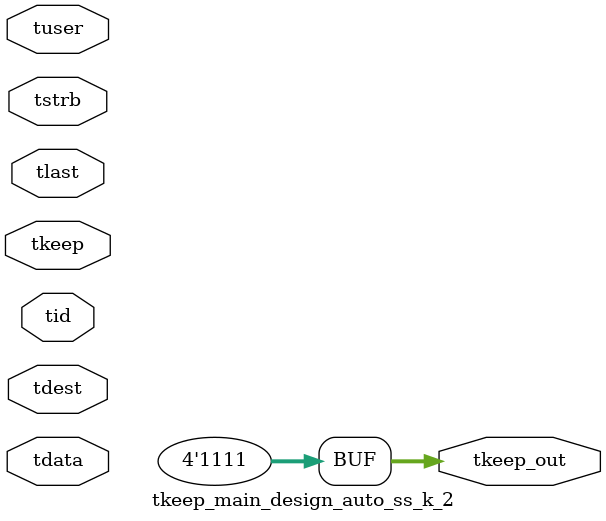
<source format=v>


`timescale 1ps/1ps

module tkeep_main_design_auto_ss_k_2 #
(
parameter C_S_AXIS_TDATA_WIDTH = 32,
parameter C_S_AXIS_TUSER_WIDTH = 0,
parameter C_S_AXIS_TID_WIDTH   = 0,
parameter C_S_AXIS_TDEST_WIDTH = 0,
parameter C_M_AXIS_TDATA_WIDTH = 32
)
(
input  [(C_S_AXIS_TDATA_WIDTH == 0 ? 1 : C_S_AXIS_TDATA_WIDTH)-1:0     ] tdata,
input  [(C_S_AXIS_TUSER_WIDTH == 0 ? 1 : C_S_AXIS_TUSER_WIDTH)-1:0     ] tuser,
input  [(C_S_AXIS_TID_WIDTH   == 0 ? 1 : C_S_AXIS_TID_WIDTH)-1:0       ] tid,
input  [(C_S_AXIS_TDEST_WIDTH == 0 ? 1 : C_S_AXIS_TDEST_WIDTH)-1:0     ] tdest,
input  [(C_S_AXIS_TDATA_WIDTH/8)-1:0 ] tkeep,
input  [(C_S_AXIS_TDATA_WIDTH/8)-1:0 ] tstrb,
input                                                                    tlast,
output [(C_M_AXIS_TDATA_WIDTH/8)-1:0 ] tkeep_out
);

assign tkeep_out = {4'b1111};

endmodule


</source>
